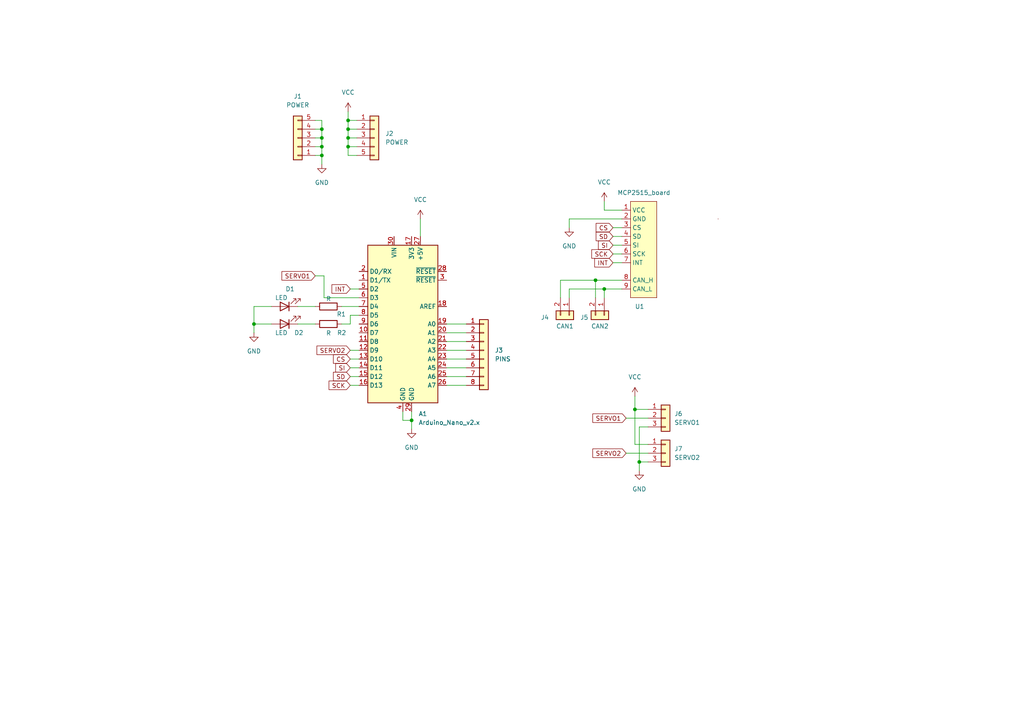
<source format=kicad_sch>
(kicad_sch (version 20211123) (generator eeschema)
  (paper "A4")
  (lib_symbols
    (symbol "Bartnik:MCP2515_board"
      (property "Reference" "U" (at 0 -16.51 0))
      (property "Value" "MCP2515_board" (at 0 13.97 0))
      (symbol "MCP2515_board_0_1"
        (rectangle (start -3.81 12.7) (end 3.81 -15.24) (fill (type background)))
        (rectangle (start 21.59 7.62) (end 21.59 7.62))
        (rectangle (start 21.59 7.62) (end 21.59 7.62))
      )
      (symbol "MCP2515_board_1_1"
        (pin power_in line (at -6.35 10.16 0) (length 2.54) (name "VCC") (number "1"))
        (pin power_in line (at -6.35 7.62 0) (length 2.54) (name "GND") (number "2"))
        (pin input line (at -6.35 5.08 0) (length 2.54) (name "CS") (number "3"))
        (pin bidirectional line (at -6.35 2.54 0) (length 2.54) (name "SD") (number "4"))
        (pin bidirectional line (at -6.35 0 0) (length 2.54) (name "SI") (number "5"))
        (pin bidirectional line (at -6.35 -2.54 0) (length 2.54) (name "SCK") (number "6"))
        (pin bidirectional line (at -6.35 -5.08 0) (length 2.54) (name "INT") (number "7"))
        (pin bidirectional line (at -6.35 -10.16 0) (length 2.54) (name "CAN_H") (number "8"))
        (pin bidirectional line (at -6.35 -12.7 0) (length 2.54) (name "CAN_L") (number "9"))
      )
    )
    (symbol "Connector_Generic:Conn_01x02" (pin_names (offset 1.016) hide)
      (property "Reference" "J" (at 0 2.54 0))
      (property "Value" "Conn_01x02" (at 0 -5.08 0))
      (symbol "Conn_01x02_1_1"
        (rectangle (start -1.27 -2.413) (end 0 -2.667) (stroke (width 0.1524)))
        (rectangle (start -1.27 0.127) (end 0 -0.127) (stroke (width 0.1524)))
        (rectangle (start -1.27 1.27) (end 1.27 -3.81) (stroke (width 0.254)) (fill (type background)))
        (pin passive line (at -5.08 0 0) (length 3.81) (name "Pin_1") (number "1"))
        (pin passive line (at -5.08 -2.54 0) (length 3.81) (name "Pin_2") (number "2"))
      )
    )
    (symbol "Connector_Generic:Conn_01x03" (pin_names (offset 1.016) hide)
      (property "Reference" "J" (at 0 5.08 0))
      (property "Value" "Conn_01x03" (at 0 -5.08 0))
      (symbol "Conn_01x03_1_1"
        (rectangle (start -1.27 -2.413) (end 0 -2.667) (stroke (width 0.1524)))
        (rectangle (start -1.27 0.127) (end 0 -0.127) (stroke (width 0.1524)))
        (rectangle (start -1.27 2.667) (end 0 2.413) (stroke (width 0.1524)))
        (rectangle (start -1.27 3.81) (end 1.27 -3.81) (stroke (width 0.254)) (fill (type background)))
        (pin passive line (at -5.08 2.54 0) (length 3.81) (name "Pin_1") (number "1"))
        (pin passive line (at -5.08 0 0) (length 3.81) (name "Pin_2") (number "2"))
        (pin passive line (at -5.08 -2.54 0) (length 3.81) (name "Pin_3") (number "3"))
      )
    )
    (symbol "Connector_Generic:Conn_01x05" (pin_names (offset 1.016) hide)
      (property "Reference" "J" (at 0 7.62 0))
      (property "Value" "Conn_01x05" (at 0 -7.62 0))
      (symbol "Conn_01x05_1_1"
        (rectangle (start -1.27 -4.953) (end 0 -5.207) (stroke (width 0.1524)))
        (rectangle (start -1.27 -2.413) (end 0 -2.667) (stroke (width 0.1524)))
        (rectangle (start -1.27 0.127) (end 0 -0.127) (stroke (width 0.1524)))
        (rectangle (start -1.27 2.667) (end 0 2.413) (stroke (width 0.1524)))
        (rectangle (start -1.27 5.207) (end 0 4.953) (stroke (width 0.1524)))
        (rectangle (start -1.27 6.35) (end 1.27 -6.35) (stroke (width 0.254)) (fill (type background)))
        (pin passive line (at -5.08 5.08 0) (length 3.81) (name "Pin_1") (number "1"))
        (pin passive line (at -5.08 2.54 0) (length 3.81) (name "Pin_2") (number "2"))
        (pin passive line (at -5.08 0 0) (length 3.81) (name "Pin_3") (number "3"))
        (pin passive line (at -5.08 -2.54 0) (length 3.81) (name "Pin_4") (number "4"))
        (pin passive line (at -5.08 -5.08 0) (length 3.81) (name "Pin_5") (number "5"))
      )
    )
    (symbol "Connector_Generic:Conn_01x08" (pin_names (offset 1.016) hide)
      (property "Reference" "J" (at 0 10.16 0))
      (property "Value" "Conn_01x08" (at 0 -12.7 0))
      (symbol "Conn_01x08_1_1"
        (rectangle (start -1.27 -10.033) (end 0 -10.287) (stroke (width 0.1524)))
        (rectangle (start -1.27 -7.493) (end 0 -7.747) (stroke (width 0.1524)))
        (rectangle (start -1.27 -4.953) (end 0 -5.207) (stroke (width 0.1524)))
        (rectangle (start -1.27 -2.413) (end 0 -2.667) (stroke (width 0.1524)))
        (rectangle (start -1.27 0.127) (end 0 -0.127) (stroke (width 0.1524)))
        (rectangle (start -1.27 2.667) (end 0 2.413) (stroke (width 0.1524)))
        (rectangle (start -1.27 5.207) (end 0 4.953) (stroke (width 0.1524)))
        (rectangle (start -1.27 7.747) (end 0 7.493) (stroke (width 0.1524)))
        (rectangle (start -1.27 8.89) (end 1.27 -11.43) (stroke (width 0.254)) (fill (type background)))
        (pin passive line (at -5.08 7.62 0) (length 3.81) (name "Pin_1") (number "1"))
        (pin passive line (at -5.08 5.08 0) (length 3.81) (name "Pin_2") (number "2"))
        (pin passive line (at -5.08 2.54 0) (length 3.81) (name "Pin_3") (number "3"))
        (pin passive line (at -5.08 0 0) (length 3.81) (name "Pin_4") (number "4"))
        (pin passive line (at -5.08 -2.54 0) (length 3.81) (name "Pin_5") (number "5"))
        (pin passive line (at -5.08 -5.08 0) (length 3.81) (name "Pin_6") (number "6"))
        (pin passive line (at -5.08 -7.62 0) (length 3.81) (name "Pin_7") (number "7"))
        (pin passive line (at -5.08 -10.16 0) (length 3.81) (name "Pin_8") (number "8"))
      )
    )
    (symbol "Device:LED" (pin_numbers hide) (pin_names (offset 1.016) hide)
      (property "Reference" "D" (at 0 2.54 0))
      (property "Value" "LED" (at 0 -2.54 0))
      (symbol "LED_0_1"
        (polyline (pts (xy -1.27 -1.27) (xy -1.27 1.27)) (stroke (width 0.254)))
        (polyline (pts (xy -1.27 0) (xy 1.27 0)))
        (polyline (pts (xy 1.27 -1.27) (xy 1.27 1.27) (xy -1.27 0) (xy 1.27 -1.27)) (stroke (width 0.254)))
        (polyline (pts (xy -3.048 -0.762) (xy -4.572 -2.286) (xy -3.81 -2.286) (xy -4.572 -2.286) (xy -4.572 -1.524)))
        (polyline (pts (xy -1.778 -0.762) (xy -3.302 -2.286) (xy -2.54 -2.286) (xy -3.302 -2.286) (xy -3.302 -1.524)))
      )
      (symbol "LED_1_1"
        (pin passive line (at -3.81 0 0) (length 2.54) (name "K") (number "1"))
        (pin passive line (at 3.81 0 180) (length 2.54) (name "A") (number "2"))
      )
    )
    (symbol "Device:R" (pin_numbers hide) (pin_names (offset 0))
      (property "Reference" "R" (at 2.032 0 90))
      (property "Value" "R" (at 0 0 90))
      (symbol "R_0_1"
        (rectangle (start -1.016 -2.54) (end 1.016 2.54) (stroke (width 0.254)))
      )
      (symbol "R_1_1"
        (pin passive line (at 0 3.81 270) (length 1.27) (name "~") (number "1"))
        (pin passive line (at 0 -3.81 90) (length 1.27) (name "~") (number "2"))
      )
    )
    (symbol "MCU_Module:Arduino_Nano_v2.x"
      (property "Reference" "A" (at -10.16 23.495 0))
      (property "Value" "Arduino_Nano_v2.x" (at 5.08 -24.13 0))
      (symbol "Arduino_Nano_v2.x_0_1"
        (rectangle (start -10.16 22.86) (end 10.16 -22.86) (stroke (width 0.254)) (fill (type background)))
      )
      (symbol "Arduino_Nano_v2.x_1_1"
        (pin bidirectional line (at -12.7 12.7 0) (length 2.54) (name "D1/TX") (number "1"))
        (pin bidirectional line (at -12.7 -2.54 0) (length 2.54) (name "D7") (number "10"))
        (pin bidirectional line (at -12.7 -5.08 0) (length 2.54) (name "D8") (number "11"))
        (pin bidirectional line (at -12.7 -7.62 0) (length 2.54) (name "D9") (number "12"))
        (pin bidirectional line (at -12.7 -10.16 0) (length 2.54) (name "D10") (number "13"))
        (pin bidirectional line (at -12.7 -12.7 0) (length 2.54) (name "D11") (number "14"))
        (pin bidirectional line (at -12.7 -15.24 0) (length 2.54) (name "D12") (number "15"))
        (pin bidirectional line (at -12.7 -17.78 0) (length 2.54) (name "D13") (number "16"))
        (pin power_out line (at 2.54 25.4 270) (length 2.54) (name "3V3") (number "17"))
        (pin input line (at 12.7 5.08 180) (length 2.54) (name "AREF") (number "18"))
        (pin bidirectional line (at 12.7 0 180) (length 2.54) (name "A0") (number "19"))
        (pin bidirectional line (at -12.7 15.24 0) (length 2.54) (name "D0/RX") (number "2"))
        (pin bidirectional line (at 12.7 -2.54 180) (length 2.54) (name "A1") (number "20"))
        (pin bidirectional line (at 12.7 -5.08 180) (length 2.54) (name "A2") (number "21"))
        (pin bidirectional line (at 12.7 -7.62 180) (length 2.54) (name "A3") (number "22"))
        (pin bidirectional line (at 12.7 -10.16 180) (length 2.54) (name "A4") (number "23"))
        (pin bidirectional line (at 12.7 -12.7 180) (length 2.54) (name "A5") (number "24"))
        (pin bidirectional line (at 12.7 -15.24 180) (length 2.54) (name "A6") (number "25"))
        (pin bidirectional line (at 12.7 -17.78 180) (length 2.54) (name "A7") (number "26"))
        (pin power_out line (at 5.08 25.4 270) (length 2.54) (name "+5V") (number "27"))
        (pin input line (at 12.7 15.24 180) (length 2.54) (name "~{RESET}") (number "28"))
        (pin power_in line (at 2.54 -25.4 90) (length 2.54) (name "GND") (number "29"))
        (pin input line (at 12.7 12.7 180) (length 2.54) (name "~{RESET}") (number "3"))
        (pin power_in line (at -2.54 25.4 270) (length 2.54) (name "VIN") (number "30"))
        (pin power_in line (at 0 -25.4 90) (length 2.54) (name "GND") (number "4"))
        (pin bidirectional line (at -12.7 10.16 0) (length 2.54) (name "D2") (number "5"))
        (pin bidirectional line (at -12.7 7.62 0) (length 2.54) (name "D3") (number "6"))
        (pin bidirectional line (at -12.7 5.08 0) (length 2.54) (name "D4") (number "7"))
        (pin bidirectional line (at -12.7 2.54 0) (length 2.54) (name "D5") (number "8"))
        (pin bidirectional line (at -12.7 0 0) (length 2.54) (name "D6") (number "9"))
      )
    )
    (symbol "power:GND" (power) (pin_names (offset 0))
      (property "Value" "GND" (at 0 -3.81 0))
      (symbol "GND_0_1"
        (polyline (pts (xy 0 0) (xy 0 -1.27) (xy 1.27 -1.27) (xy 0 -2.54) (xy -1.27 -1.27) (xy 0 -1.27)))
      )
      (symbol "GND_1_1"
        (pin power_in line (at 0 0 270) (length 0) hide (name "GND") (number "1"))
      )
    )
    (symbol "power:VCC" (power) (pin_names (offset 0))
      (property "Value" "VCC" (at 0 3.81 0))
      (symbol "VCC_0_1"
        (polyline (pts (xy -0.762 1.27) (xy 0 2.54)))
        (polyline (pts (xy 0 0) (xy 0 2.54)))
        (polyline (pts (xy 0 2.54) (xy 0.762 1.27)))
      )
      (symbol "VCC_1_1"
        (pin power_in line (at 0 0 90) (length 0) hide (name "VCC") (number "1"))
      )
    )
  )
  (junction (at 185.42 133.985))
  (junction (at 93.345 42.545))
  (junction (at 93.345 45.085))
  (junction (at 93.345 40.005))
  (junction (at 119.38 121.92))
  (junction (at 73.66 93.98))
  (junction (at 100.965 34.925))
  (junction (at 100.965 40.005))
  (junction (at 100.965 42.545))
  (junction (at 175.26 83.82))
  (junction (at 172.72 81.28))
  (junction (at 184.15 118.745))
  (junction (at 93.345 37.465))
  (junction (at 100.965 37.465))
  (wire (pts (xy 181.61 121.285) (xy 187.96 121.285)))
  (wire (pts (xy 177.8 73.66) (xy 180.34 73.66)))
  (wire (pts (xy 116.84 119.38) (xy 116.84 121.92)))
  (wire (pts (xy 165.1 83.82) (xy 175.26 83.82)))
  (wire (pts (xy 187.96 118.745) (xy 184.15 118.745)))
  (wire (pts (xy 162.56 81.28) (xy 172.72 81.28)))
  (wire (pts (xy 99.06 93.98) (xy 101.6 93.98)))
  (wire (pts (xy 101.6 111.76) (xy 104.14 111.76)))
  (wire (pts (xy 129.54 96.52) (xy 135.255 96.52)))
  (wire (pts (xy 73.66 88.9) (xy 73.66 93.98)))
  (wire (pts (xy 91.44 37.465) (xy 93.345 37.465)))
  (wire (pts (xy 93.98 80.01) (xy 91.44 80.01)))
  (wire (pts (xy 177.8 68.58) (xy 180.34 68.58)))
  (wire (pts (xy 101.6 106.68) (xy 104.14 106.68)))
  (wire (pts (xy 100.965 34.925) (xy 100.965 37.465)))
  (wire (pts (xy 100.965 42.545) (xy 100.965 45.085)))
  (wire (pts (xy 73.66 93.98) (xy 78.74 93.98)))
  (wire (pts (xy 177.8 76.2) (xy 180.34 76.2)))
  (wire (pts (xy 165.1 86.36) (xy 165.1 83.82)))
  (wire (pts (xy 86.36 93.98) (xy 91.44 93.98)))
  (wire (pts (xy 100.965 32.385) (xy 100.965 34.925)))
  (wire (pts (xy 100.965 42.545) (xy 103.505 42.545)))
  (wire (pts (xy 129.54 101.6) (xy 135.255 101.6)))
  (wire (pts (xy 129.54 111.76) (xy 135.255 111.76)))
  (wire (pts (xy 101.6 93.98) (xy 101.6 91.44)))
  (wire (pts (xy 100.965 37.465) (xy 103.505 37.465)))
  (wire (pts (xy 73.66 93.98) (xy 73.66 96.52)))
  (wire (pts (xy 91.44 42.545) (xy 93.345 42.545)))
  (wire (pts (xy 187.96 128.905) (xy 184.15 128.905)))
  (wire (pts (xy 91.44 40.005) (xy 93.345 40.005)))
  (wire (pts (xy 100.965 45.085) (xy 103.505 45.085)))
  (wire (pts (xy 129.54 99.06) (xy 135.255 99.06)))
  (wire (pts (xy 185.42 133.985) (xy 185.42 136.525)))
  (wire (pts (xy 93.98 86.36) (xy 93.98 80.01)))
  (wire (pts (xy 129.54 106.68) (xy 135.255 106.68)))
  (wire (pts (xy 165.1 63.5) (xy 165.1 66.04)))
  (wire (pts (xy 86.36 88.9) (xy 91.44 88.9)))
  (wire (pts (xy 91.44 45.085) (xy 93.345 45.085)))
  (wire (pts (xy 187.96 123.825) (xy 185.42 123.825)))
  (wire (pts (xy 184.15 128.905) (xy 184.15 118.745)))
  (wire (pts (xy 93.345 45.085) (xy 93.345 47.625)))
  (wire (pts (xy 129.54 104.14) (xy 135.255 104.14)))
  (wire (pts (xy 101.6 104.14) (xy 104.14 104.14)))
  (wire (pts (xy 175.26 60.96) (xy 175.26 58.42)))
  (wire (pts (xy 99.06 88.9) (xy 104.14 88.9)))
  (wire (pts (xy 116.84 121.92) (xy 119.38 121.92)))
  (wire (pts (xy 172.72 81.28) (xy 180.34 81.28)))
  (wire (pts (xy 101.6 101.6) (xy 104.14 101.6)))
  (wire (pts (xy 104.14 86.36) (xy 93.98 86.36)))
  (wire (pts (xy 181.61 131.445) (xy 187.96 131.445)))
  (wire (pts (xy 184.15 118.745) (xy 184.15 114.935)))
  (wire (pts (xy 162.56 86.36) (xy 162.56 81.28)))
  (wire (pts (xy 101.6 91.44) (xy 104.14 91.44)))
  (wire (pts (xy 175.26 86.36) (xy 175.26 83.82)))
  (wire (pts (xy 93.345 42.545) (xy 93.345 45.085)))
  (wire (pts (xy 93.345 34.925) (xy 93.345 37.465)))
  (wire (pts (xy 180.34 60.96) (xy 175.26 60.96)))
  (wire (pts (xy 100.965 40.005) (xy 103.505 40.005)))
  (wire (pts (xy 91.44 34.925) (xy 93.345 34.925)))
  (wire (pts (xy 100.965 40.005) (xy 100.965 42.545)))
  (wire (pts (xy 185.42 123.825) (xy 185.42 133.985)))
  (wire (pts (xy 100.965 37.465) (xy 100.965 40.005)))
  (wire (pts (xy 119.38 119.38) (xy 119.38 121.92)))
  (wire (pts (xy 129.54 93.98) (xy 135.255 93.98)))
  (wire (pts (xy 121.92 63.5) (xy 121.92 68.58)))
  (wire (pts (xy 93.345 40.005) (xy 93.345 42.545)))
  (wire (pts (xy 119.38 121.92) (xy 119.38 124.46)))
  (wire (pts (xy 185.42 133.985) (xy 187.96 133.985)))
  (wire (pts (xy 175.26 83.82) (xy 180.34 83.82)))
  (wire (pts (xy 177.8 66.04) (xy 180.34 66.04)))
  (wire (pts (xy 129.54 109.22) (xy 135.255 109.22)))
  (wire (pts (xy 100.965 34.925) (xy 103.505 34.925)))
  (wire (pts (xy 101.6 83.82) (xy 104.14 83.82)))
  (wire (pts (xy 180.34 63.5) (xy 165.1 63.5)))
  (wire (pts (xy 93.345 37.465) (xy 93.345 40.005)))
  (wire (pts (xy 101.6 109.22) (xy 104.14 109.22)))
  (wire (pts (xy 177.8 71.12) (xy 180.34 71.12)))
  (wire (pts (xy 78.74 88.9) (xy 73.66 88.9)))
  (wire (pts (xy 172.72 86.36) (xy 172.72 81.28)))
  (global_label "SCK" (shape input) (at 101.6 111.76 180) (property "Intersheet References" "${INTERSHEET_REFS}" (effects hide)))
  (global_label "SI" (shape input) (at 177.8 71.12 180) (property "Intersheet References" "${INTERSHEET_REFS}" (effects hide)))
  (global_label "SD" (shape input) (at 101.6 109.22 180) (property "Intersheet References" "${INTERSHEET_REFS}" (effects hide)))
  (global_label "SERVO2" (shape input) (at 101.6 101.6 180) (property "Intersheet References" "${INTERSHEET_REFS}" (effects hide)))
  (global_label "CS" (shape input) (at 101.6 104.14 180) (property "Intersheet References" "${INTERSHEET_REFS}" (effects hide)))
  (global_label "INT" (shape input) (at 101.6 83.82 180) (property "Intersheet References" "${INTERSHEET_REFS}" (effects hide)))
  (global_label "SI" (shape input) (at 101.6 106.68 180) (property "Intersheet References" "${INTERSHEET_REFS}" (effects hide)))
  (global_label "SERVO1" (shape input) (at 181.61 121.285 180) (property "Intersheet References" "${INTERSHEET_REFS}" (effects hide)))
  (global_label "SD" (shape input) (at 177.8 68.58 180) (property "Intersheet References" "${INTERSHEET_REFS}" (effects hide)))
  (global_label "CS" (shape input) (at 177.8 66.04 180) (property "Intersheet References" "${INTERSHEET_REFS}" (effects hide)))
  (global_label "SCK" (shape input) (at 177.8 73.66 180) (property "Intersheet References" "${INTERSHEET_REFS}" (effects hide)))
  (global_label "INT" (shape input) (at 177.8 76.2 180) (property "Intersheet References" "${INTERSHEET_REFS}" (effects hide)))
  (global_label "SERVO1" (shape input) (at 91.44 80.01 180) (property "Intersheet References" "${INTERSHEET_REFS}" (effects hide)))
  (global_label "SERVO2" (shape input) (at 181.61 131.445 180) (property "Intersheet References" "${INTERSHEET_REFS}" (effects hide)))
  (symbol (lib_id "power:GND") (at 185.42 136.525 0) (unit 1)
    (property "Reference" "#PWR09" (effects hide))
    (property "Value" "GND" (at 185.42 141.859 0))
  )
  (symbol (lib_id "Connector_Generic:Conn_01x02") (at 165.1 91.44 270) (unit 1)
    (property "Reference" "J4" (at 156.845 92.0749 90) (effects (justify left)))
    (property "Value" "CAN1" (at 161.29 94.6149 90) (effects (justify left)))
    (property "Footprint" "Connector_PinHeader_2.54mm:PinHeader_1x02_P2.54mm_Vertical" (effects hide))
  )
  (symbol (lib_id "power:GND") (at 119.38 124.46 0) (unit 1)
    (property "Reference" "#PWR04" (effects hide))
    (property "Value" "GND" (at 119.38 129.794 0))
  )
  (symbol (lib_id "Device:R") (at 95.25 88.9 90) (unit 1)
    (property "Reference" "R1" (at 98.9937 91.1324 90))
    (property "Value" "R" (at 95.3094 86.6724 90))
    (property "Footprint" "Resistor_SMD:R_1206_3216Metric_Pad1.30x1.75mm_HandSolder" (effects hide))
  )
  (symbol (lib_id "power:GND") (at 165.1 66.04 0) (unit 1)
    (property "Reference" "#PWR06" (effects hide))
    (property "Value" "GND" (at 165.1 71.374 0))
  )
  (symbol (lib_id "Connector_Generic:Conn_01x05") (at 86.36 40.005 180) (unit 1)
    (property "Reference" "J1" (at 86.36 27.94 0))
    (property "Value" "POWER" (at 86.36 30.48 0))
    (property "Footprint" "Connector_PinHeader_2.54mm:PinHeader_1x05_P2.54mm_Vertical" (effects hide))
  )
  (symbol (lib_id "power:GND") (at 93.345 47.625 0) (unit 1)
    (property "Reference" "#PWR02" (effects hide))
    (property "Value" "GND" (at 93.345 52.959 0))
  )
  (symbol (lib_id "Device:LED") (at 82.55 93.98 180) (unit 1)
    (property "Reference" "D2" (at 86.6775 96.52 0))
    (property "Value" "LED" (at 81.5975 96.52 0))
    (property "Footprint" "LED_THT:LED_D5.0mm" (effects hide))
  )
  (symbol (lib_id "MCU_Module:Arduino_Nano_v2.x") (at 116.84 93.98 0) (unit 1)
    (property "Reference" "A1" (at 121.3994 120.015 0) (effects (justify left)))
    (property "Value" "Arduino_Nano_v2.x" (at 121.3994 122.555 0) (effects (justify left)))
    (property "Footprint" "Module:Arduino_Nano" (effects hide))
    (property "Datasheet" "https://www.arduino.cc/en/uploads/Main/ArduinoNanoManual23.pdf" (effects hide))
  )
  (symbol (lib_id "Bartnik:MCP2515_board") (at 186.69 71.12 0) (unit 1)
    (property "Reference" "U1" (at 184.15 88.8999 0) (effects (justify left)))
    (property "Value" "MCP2515_board" (at 179.07 55.8799 0) (effects (justify left)))
    (property "Footprint" "Bartnik:MCP2515_board" (effects hide))
  )
  (symbol (lib_id "Device:R") (at 95.25 93.98 90) (unit 1)
    (property "Reference" "R2" (at 99.0986 96.5255 90))
    (property "Value" "R" (at 95.3094 96.6265 90))
    (property "Footprint" "Resistor_SMD:R_1206_3216Metric_Pad1.30x1.75mm_HandSolder" (effects hide))
  )
  (symbol (lib_id "Connector_Generic:Conn_01x08") (at 140.335 101.6 0) (unit 1)
    (property "Reference" "J3" (at 143.51 101.5999 0) (effects (justify left)))
    (property "Value" "PINS" (at 143.51 104.1399 0) (effects (justify left)))
    (property "Footprint" "Connector_PinHeader_2.54mm:PinHeader_1x08_P2.54mm_Vertical" (effects hide))
  )
  (symbol (lib_id "Connector_Generic:Conn_01x05") (at 108.585 40.005 0) (unit 1)
    (property "Reference" "J2" (at 111.76 38.7349 0) (effects (justify left)))
    (property "Value" "POWER" (at 111.76 41.2749 0) (effects (justify left)))
    (property "Footprint" "Connector_PinHeader_2.54mm:PinHeader_1x05_P2.54mm_Vertical" (effects hide))
  )
  (symbol (lib_id "Connector_Generic:Conn_01x03") (at 193.04 121.285 0) (unit 1)
    (property "Reference" "J6" (at 195.58 120.0149 0) (effects (justify left)))
    (property "Value" "SERVO1" (at 195.58 122.5549 0) (effects (justify left)))
    (property "Footprint" "Connector_PinHeader_2.54mm:PinHeader_1x03_P2.54mm_Vertical" (effects hide))
  )
  (symbol (lib_id "Device:LED") (at 82.55 88.9 180) (unit 1)
    (property "Reference" "D1" (at 84.1375 83.82 0))
    (property "Value" "LED" (at 81.5975 86.36 0))
    (property "Footprint" "LED_THT:LED_D5.0mm" (effects hide))
  )
  (symbol (lib_id "power:VCC") (at 100.965 32.385 0) (unit 1)
    (property "Reference" "#PWR03" (effects hide))
    (property "Value" "VCC" (at 100.965 26.797 0))
  )
  (symbol (lib_id "power:VCC") (at 184.15 114.935 0) (unit 1)
    (property "Reference" "#PWR08" (effects hide))
    (property "Value" "VCC" (at 184.15 109.347 0))
  )
  (symbol (lib_id "power:GND") (at 73.66 96.52 0) (unit 1)
    (property "Reference" "#PWR01" (effects hide))
    (property "Value" "GND" (at 73.66 101.854 0))
  )
  (symbol (lib_id "Connector_Generic:Conn_01x02") (at 175.26 91.44 270) (unit 1)
    (property "Reference" "J5" (at 168.275 92.0749 90) (effects (justify left)))
    (property "Value" "CAN2" (at 171.45 94.6149 90) (effects (justify left)))
    (property "Footprint" "Connector_PinHeader_2.54mm:PinHeader_1x02_P2.54mm_Vertical" (effects hide))
  )
  (symbol (lib_id "power:VCC") (at 121.92 63.5 0) (unit 1)
    (property "Reference" "#PWR05" (effects hide))
    (property "Value" "VCC" (at 121.92 57.912 0))
  )
  (symbol (lib_id "power:VCC") (at 175.26 58.42 0) (unit 1)
    (property "Reference" "#PWR07" (effects hide))
    (property "Value" "VCC" (at 175.26 52.832 0))
  )
  (symbol (lib_id "Connector_Generic:Conn_01x03") (at 193.04 131.445 0) (unit 1)
    (property "Reference" "J7" (at 195.58 130.1749 0) (effects (justify left)))
    (property "Value" "SERVO2" (at 195.58 132.7149 0) (effects (justify left)))
    (property "Footprint" "Connector_PinHeader_2.54mm:PinHeader_1x03_P2.54mm_Vertical" (effects hide))
  )
)
</source>
